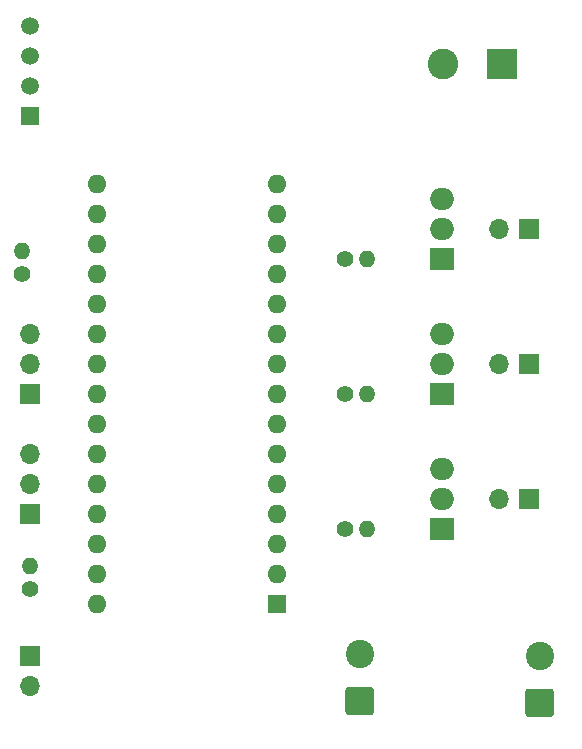
<source format=gts>
%TF.GenerationSoftware,KiCad,Pcbnew,5.1.9+dfsg1-1+b1*%
%TF.CreationDate,2021-12-16T19:11:23+11:00*%
%TF.ProjectId,aquaponics-1,61717561-706f-46e6-9963-732d312e6b69,rev?*%
%TF.SameCoordinates,Original*%
%TF.FileFunction,Soldermask,Top*%
%TF.FilePolarity,Negative*%
%FSLAX46Y46*%
G04 Gerber Fmt 4.6, Leading zero omitted, Abs format (unit mm)*
G04 Created by KiCad (PCBNEW 5.1.9+dfsg1-1+b1) date 2021-12-16 19:11:23*
%MOMM*%
%LPD*%
G01*
G04 APERTURE LIST*
%ADD10R,1.700000X1.700000*%
%ADD11O,1.700000X1.700000*%
%ADD12O,1.400000X1.400000*%
%ADD13C,1.400000*%
%ADD14R,2.600000X2.600000*%
%ADD15C,2.600000*%
%ADD16O,1.600000X1.600000*%
%ADD17R,1.600000X1.600000*%
%ADD18C,1.500000*%
%ADD19R,1.500000X1.500000*%
%ADD20C,2.400000*%
%ADD21O,2.000000X1.905000*%
%ADD22R,2.000000X1.905000*%
G04 APERTURE END LIST*
D10*
%TO.C,J4*%
X22225000Y-48260000D03*
D11*
X22225000Y-45720000D03*
X22225000Y-43180000D03*
%TD*%
%TO.C,J3*%
X22225000Y-53340000D03*
X22225000Y-55880000D03*
D10*
X22225000Y-58420000D03*
%TD*%
D12*
%TO.C,R6*%
X21590000Y-36200000D03*
D13*
X21590000Y-38100000D03*
%TD*%
D11*
%TO.C,R1*%
X22225000Y-73025000D03*
D10*
X22225000Y-70485000D03*
%TD*%
D11*
%TO.C,M3*%
X61960000Y-45720000D03*
D10*
X64500000Y-45720000D03*
%TD*%
D11*
%TO.C,M2*%
X61960000Y-34290000D03*
D10*
X64500000Y-34290000D03*
%TD*%
D11*
%TO.C,M1*%
X61960000Y-57150000D03*
D10*
X64500000Y-57150000D03*
%TD*%
D14*
%TO.C,J2*%
X62230000Y-20320000D03*
D15*
X57230000Y-20320000D03*
%TD*%
D16*
%TO.C,U1*%
X27940000Y-30480000D03*
X43180000Y-30480000D03*
X27940000Y-66040000D03*
X43180000Y-33020000D03*
X27940000Y-63500000D03*
X43180000Y-35560000D03*
X27940000Y-60960000D03*
X43180000Y-38100000D03*
X27940000Y-58420000D03*
X43180000Y-40640000D03*
X27940000Y-55880000D03*
X43180000Y-43180000D03*
X27940000Y-53340000D03*
X43180000Y-45720000D03*
X27940000Y-50800000D03*
X43180000Y-48260000D03*
X27940000Y-48260000D03*
X43180000Y-50800000D03*
X27940000Y-45720000D03*
X43180000Y-53340000D03*
X27940000Y-43180000D03*
X43180000Y-55880000D03*
X27940000Y-40640000D03*
X43180000Y-58420000D03*
X27940000Y-38100000D03*
X43180000Y-60960000D03*
X27940000Y-35560000D03*
X43180000Y-63500000D03*
X27940000Y-33020000D03*
D17*
X43180000Y-66040000D03*
%TD*%
D18*
%TO.C,U2*%
X22225000Y-17145000D03*
X22225000Y-19685000D03*
X22225000Y-22225000D03*
D19*
X22225000Y-24765000D03*
%TD*%
D20*
%TO.C,J5*%
X65405000Y-70485000D03*
G36*
G01*
X66355000Y-75645000D02*
X64455000Y-75645000D01*
G75*
G02*
X64205000Y-75395000I0J250000D01*
G01*
X64205000Y-73495000D01*
G75*
G02*
X64455000Y-73245000I250000J0D01*
G01*
X66355000Y-73245000D01*
G75*
G02*
X66605000Y-73495000I0J-250000D01*
G01*
X66605000Y-75395000D01*
G75*
G02*
X66355000Y-75645000I-250000J0D01*
G01*
G37*
%TD*%
D21*
%TO.C,Q3*%
X57150000Y-43180000D03*
X57150000Y-45720000D03*
D22*
X57150000Y-48260000D03*
%TD*%
D21*
%TO.C,Q1*%
X57150000Y-54610000D03*
X57150000Y-57150000D03*
D22*
X57150000Y-59690000D03*
%TD*%
D21*
%TO.C,Q2*%
X57150000Y-31750000D03*
X57150000Y-34290000D03*
D22*
X57150000Y-36830000D03*
%TD*%
D20*
%TO.C,J1*%
X50165000Y-70335000D03*
G36*
G01*
X51115000Y-75495000D02*
X49215000Y-75495000D01*
G75*
G02*
X48965000Y-75245000I0J250000D01*
G01*
X48965000Y-73345000D01*
G75*
G02*
X49215000Y-73095000I250000J0D01*
G01*
X51115000Y-73095000D01*
G75*
G02*
X51365000Y-73345000I0J-250000D01*
G01*
X51365000Y-75245000D01*
G75*
G02*
X51115000Y-75495000I-250000J0D01*
G01*
G37*
%TD*%
D12*
%TO.C,R2*%
X50795000Y-36830000D03*
D13*
X48895000Y-36830000D03*
%TD*%
D12*
%TO.C,R3*%
X22225000Y-62870000D03*
D13*
X22225000Y-64770000D03*
%TD*%
D12*
%TO.C,R4*%
X50795000Y-59690000D03*
D13*
X48895000Y-59690000D03*
%TD*%
D12*
%TO.C,R5*%
X50795000Y-48260000D03*
D13*
X48895000Y-48260000D03*
%TD*%
M02*

</source>
